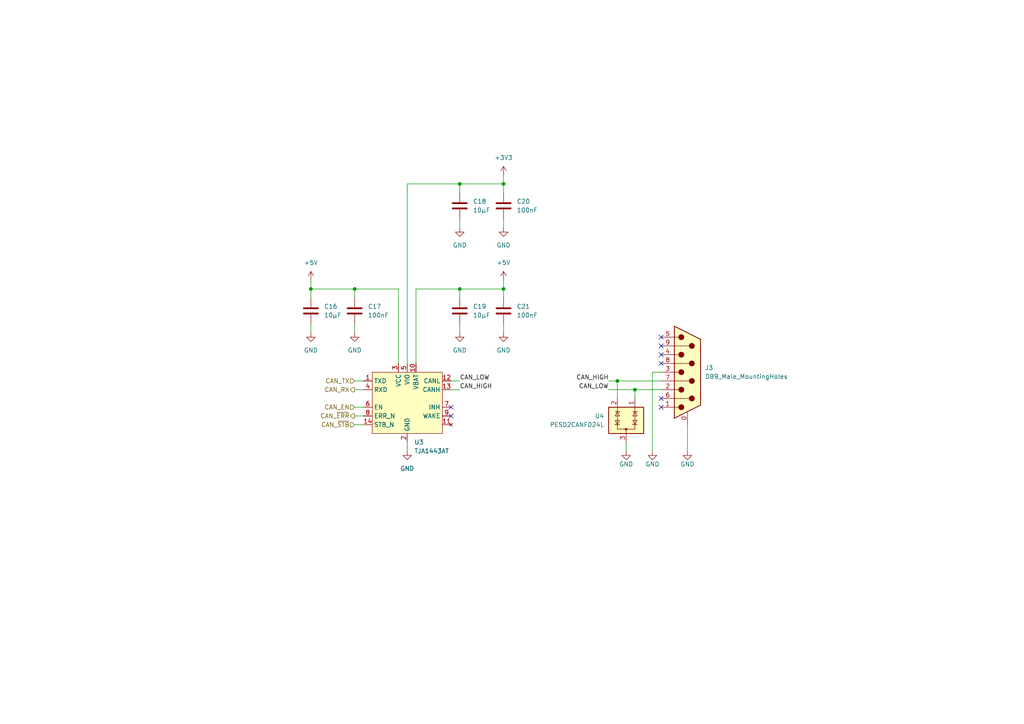
<source format=kicad_sch>
(kicad_sch (version 20211123) (generator eeschema)
  (paper "A4")
  (title_block (title "sam-fd") (date "2023-01-27") (rev "2") (company "Leon Rinkel") (comment 1 "leon@rinkel.me") (comment 2 "https://git.leon.fyi/leonrinkel/sam-fd"))
  (lib_symbols
    (symbol "Connector:DB9_Male_MountingHoles" (pin_names (offset 1.016) hide)
      (property "Reference" "J" (at 0 16.51 0))
      (property "Value" "DB9_Male_MountingHoles" (at 0 14.605 0))
      (symbol "DB9_Male_MountingHoles_0_1"
        (circle (center -1.778 -10.16) (radius 0.762) (fill (type outline)))
        (circle (center -1.778 -5.08) (radius 0.762) (fill (type outline)))
        (circle (center -1.778 0) (radius 0.762) (fill (type outline)))
        (circle (center -1.778 5.08) (radius 0.762) (fill (type outline)))
        (circle (center -1.778 10.16) (radius 0.762) (fill (type outline)))
        (polyline (pts (xy -3.81 -10.16) (xy -2.54 -10.16)))
        (polyline (pts (xy -3.81 -7.62) (xy 0.508 -7.62)))
        (polyline (pts (xy -3.81 -5.08) (xy -2.54 -5.08)))
        (polyline (pts (xy -3.81 -2.54) (xy 0.508 -2.54)))
        (polyline (pts (xy -3.81 0) (xy -2.54 0)))
        (polyline (pts (xy -3.81 2.54) (xy 0.508 2.54)))
        (polyline (pts (xy -3.81 5.08) (xy -2.54 5.08)))
        (polyline (pts (xy -3.81 7.62) (xy 0.508 7.62)))
        (polyline (pts (xy -3.81 10.16) (xy -2.54 10.16)))
        (polyline (pts (xy -3.81 -13.335) (xy -3.81 13.335) (xy 3.81 9.525) (xy 3.81 -9.525) (xy -3.81 -13.335)) (stroke (width 0.254)) (fill (type background)))
        (circle (center 1.27 -7.62) (radius 0.762) (fill (type outline)))
        (circle (center 1.27 -2.54) (radius 0.762) (fill (type outline)))
        (circle (center 1.27 2.54) (radius 0.762) (fill (type outline)))
        (circle (center 1.27 7.62) (radius 0.762) (fill (type outline)))
      )
      (symbol "DB9_Male_MountingHoles_1_1"
        (pin passive line (at 0 -15.24 90) (length 3.81) (name "PAD") (number "0"))
        (pin passive line (at -7.62 -10.16 0) (length 3.81) (name "1") (number "1"))
        (pin passive line (at -7.62 -5.08 0) (length 3.81) (name "2") (number "2"))
        (pin passive line (at -7.62 0 0) (length 3.81) (name "3") (number "3"))
        (pin passive line (at -7.62 5.08 0) (length 3.81) (name "4") (number "4"))
        (pin passive line (at -7.62 10.16 0) (length 3.81) (name "5") (number "5"))
        (pin passive line (at -7.62 -7.62 0) (length 3.81) (name "6") (number "6"))
        (pin passive line (at -7.62 -2.54 0) (length 3.81) (name "7") (number "7"))
        (pin passive line (at -7.62 2.54 0) (length 3.81) (name "8") (number "8"))
        (pin passive line (at -7.62 7.62 0) (length 3.81) (name "9") (number "9"))
      )
    )
    (symbol "Device:C" (pin_numbers hide) (pin_names (offset 0.254))
      (property "Reference" "C" (at 0.635 2.54 0))
      (property "Value" "C" (at 0.635 -2.54 0))
      (symbol "C_0_1"
        (polyline (pts (xy -2.032 -0.762) (xy 2.032 -0.762)) (stroke (width 0.508)))
        (polyline (pts (xy -2.032 0.762) (xy 2.032 0.762)) (stroke (width 0.508)))
      )
      (symbol "C_1_1"
        (pin passive line (at 0 3.81 270) (length 2.794) (name "~") (number "1"))
        (pin passive line (at 0 -3.81 90) (length 2.794) (name "~") (number "2"))
      )
    )
    (symbol "power:+3V3" (power) (pin_names (offset 0))
      (property "Value" "+3V3" (at 0 3.556 0))
      (symbol "+3V3_0_1"
        (polyline (pts (xy -0.762 1.27) (xy 0 2.54)))
        (polyline (pts (xy 0 0) (xy 0 2.54)))
        (polyline (pts (xy 0 2.54) (xy 0.762 1.27)))
      )
      (symbol "+3V3_1_1"
        (pin power_in line (at 0 0 90) (length 0) hide (name "+3V3") (number "1"))
      )
    )
    (symbol "power:+5V" (power) (pin_names (offset 0))
      (property "Value" "+5V" (at 0 3.556 0))
      (symbol "+5V_0_1"
        (polyline (pts (xy -0.762 1.27) (xy 0 2.54)))
        (polyline (pts (xy 0 0) (xy 0 2.54)))
        (polyline (pts (xy 0 2.54) (xy 0.762 1.27)))
      )
      (symbol "+5V_1_1"
        (pin power_in line (at 0 0 90) (length 0) hide (name "+5V") (number "1"))
      )
    )
    (symbol "power:GND" (power) (pin_names (offset 0))
      (property "Value" "GND" (at 0 -3.81 0))
      (symbol "GND_0_1"
        (polyline (pts (xy 0 0) (xy 0 -1.27) (xy 1.27 -1.27) (xy 0 -2.54) (xy -1.27 -1.27) (xy 0 -1.27)))
      )
      (symbol "GND_1_1"
        (pin power_in line (at 0 0 270) (length 0) hide (name "GND") (number "1"))
      )
    )
    (symbol "sam-fd:PESD2CANFD24L"
      (property "Reference" "U" (at -6.35 5.08 0))
      (property "Value" "PESD2CANFD24L" (at 11.43 5.08 0))
      (symbol "PESD2CANFD24L_0_0"
        (pin passive line (at 0 -6.35 90) (length 2.54) (name "") (number "3"))
      )
      (symbol "PESD2CANFD24L_0_1"
        (rectangle (start -5.08 3.81) (end 5.08 -3.81) (stroke (width 0.254)) (fill (type background)))
        (circle (center 0 -2.54) (radius 0.254) (fill (type outline)))
        (polyline (pts (xy -2.54 -2.54) (xy -2.54 -1.27)))
        (polyline (pts (xy -2.54 -2.54) (xy 2.54 -2.54)))
        (polyline (pts (xy -2.54 2.54) (xy -2.54 -1.27)))
        (polyline (pts (xy -2.54 3.81) (xy -2.54 2.54)))
        (polyline (pts (xy 0 -2.54) (xy 0 -3.81)))
        (polyline (pts (xy 2.54 -2.54) (xy 2.54 -1.27)))
        (polyline (pts (xy 2.54 2.54) (xy 2.54 -1.27)))
        (polyline (pts (xy 2.54 3.81) (xy 2.54 2.54)))
        (polyline (pts (xy -3.175 -1.016) (xy -3.175 -1.27) (xy -1.905 -1.27)))
        (polyline (pts (xy -3.175 2.54) (xy -1.905 2.54) (xy -1.905 2.286)))
        (polyline (pts (xy 1.905 -1.016) (xy 1.905 -1.27) (xy 3.175 -1.27)))
        (polyline (pts (xy 1.905 2.54) (xy 3.175 2.54) (xy 3.175 2.286)))
        (polyline (pts (xy -2.54 -1.27) (xy -3.175 0) (xy -1.905 0) (xy -2.54 -1.27)))
        (polyline (pts (xy -2.54 2.54) (xy -1.905 1.27) (xy -3.175 1.27) (xy -2.54 2.54)))
        (polyline (pts (xy 2.54 -1.27) (xy 1.905 0) (xy 3.175 0) (xy 2.54 -1.27)))
        (polyline (pts (xy 2.54 2.54) (xy 3.175 1.27) (xy 1.905 1.27) (xy 2.54 2.54)))
      )
      (symbol "PESD2CANFD24L_1_1"
        (pin passive line (at 2.54 6.35 270) (length 2.54) (name "") (number "1"))
        (pin passive line (at -2.54 6.35 270) (length 2.54) (name "") (number "2"))
      )
    )
    (symbol "sam-fd:TJA1443AT"
      (property "Reference" "U" (at -8.89 10.16 0))
      (property "Value" "TJA1443AT" (at 8.89 10.16 0))
      (symbol "TJA1443AT_0_0"
        (pin input line (at -12.7 6.35 0) (length 2.54) (name "TXD") (number "1"))
        (pin power_in line (at 2.54 11.43 270) (length 2.54) (name "VBAT") (number "10"))
        (pin no_connect line (at 12.7 -6.35 180) (length 2.54) (name "") (number "11"))
        (pin bidirectional line (at 12.7 6.35 180) (length 2.54) (name "CANL") (number "12"))
        (pin bidirectional line (at 12.7 3.81 180) (length 2.54) (name "CANH") (number "13"))
        (pin input line (at -12.7 -6.35 0) (length 2.54) (name "STB_N") (number "14"))
        (pin power_in line (at 0 -11.43 90) (length 2.54) (name "GND") (number "2"))
        (pin power_in line (at -2.54 11.43 270) (length 2.54) (name "VCC") (number "3"))
        (pin output line (at -12.7 3.81 0) (length 2.54) (name "RXD") (number "4"))
        (pin power_in line (at 0 11.43 270) (length 2.54) (name "VIO") (number "5"))
        (pin input line (at -12.7 -1.27 0) (length 2.54) (name "EN") (number "6"))
        (pin output line (at 12.7 -1.27 180) (length 2.54) (name "INH") (number "7"))
        (pin output line (at -12.7 -3.81 0) (length 2.54) (name "ERR_N") (number "8"))
        (pin input line (at 12.7 -3.81 180) (length 2.54) (name "WAKE") (number "9"))
      )
      (symbol "TJA1443AT_0_1"
        (rectangle (start -10.16 8.89) (end 10.16 -8.89) (fill (type background)))
      )
    )
  )
  (junction (at 133.35 83.82))
  (junction (at 179.07 110.49))
  (junction (at 184.15 113.03))
  (junction (at 146.05 53.34))
  (junction (at 146.05 83.82))
  (junction (at 102.87 83.82))
  (junction (at 133.35 53.34))
  (junction (at 90.17 83.82))
  (no_connect (at 130.81 118.11))
  (no_connect (at 130.81 120.65))
  (no_connect (at 191.77 102.87))
  (no_connect (at 191.77 115.57))
  (no_connect (at 191.77 105.41))
  (no_connect (at 191.77 97.79))
  (no_connect (at 191.77 100.33))
  (no_connect (at 191.77 118.11))
  (wire (pts (xy 102.87 83.82) (xy 102.87 86.36)))
  (wire (pts (xy 102.87 118.11) (xy 105.41 118.11)))
  (wire (pts (xy 90.17 83.82) (xy 102.87 83.82)))
  (wire (pts (xy 133.35 93.98) (xy 133.35 96.52)))
  (wire (pts (xy 90.17 81.28) (xy 90.17 83.82)))
  (wire (pts (xy 102.87 93.98) (xy 102.87 96.52)))
  (wire (pts (xy 118.11 53.34) (xy 118.11 105.41)))
  (wire (pts (xy 120.65 83.82) (xy 120.65 105.41)))
  (wire (pts (xy 146.05 93.98) (xy 146.05 96.52)))
  (wire (pts (xy 102.87 110.49) (xy 105.41 110.49)))
  (wire (pts (xy 179.07 110.49) (xy 191.77 110.49)))
  (wire (pts (xy 191.77 107.95) (xy 189.23 107.95)))
  (wire (pts (xy 133.35 53.34) (xy 133.35 55.88)))
  (wire (pts (xy 179.07 115.57) (xy 179.07 110.49)))
  (wire (pts (xy 176.53 110.49) (xy 179.07 110.49)))
  (wire (pts (xy 130.81 113.03) (xy 133.35 113.03)))
  (wire (pts (xy 115.57 83.82) (xy 115.57 105.41)))
  (wire (pts (xy 146.05 50.8) (xy 146.05 53.34)))
  (wire (pts (xy 118.11 53.34) (xy 133.35 53.34)))
  (wire (pts (xy 146.05 53.34) (xy 133.35 53.34)))
  (wire (pts (xy 184.15 113.03) (xy 184.15 115.57)))
  (wire (pts (xy 146.05 63.5) (xy 146.05 66.04)))
  (wire (pts (xy 146.05 55.88) (xy 146.05 53.34)))
  (wire (pts (xy 130.81 110.49) (xy 133.35 110.49)))
  (wire (pts (xy 146.05 81.28) (xy 146.05 83.82)))
  (wire (pts (xy 90.17 93.98) (xy 90.17 96.52)))
  (wire (pts (xy 133.35 83.82) (xy 120.65 83.82)))
  (wire (pts (xy 133.35 63.5) (xy 133.35 66.04)))
  (wire (pts (xy 181.61 128.27) (xy 181.61 130.81)))
  (wire (pts (xy 102.87 83.82) (xy 115.57 83.82)))
  (wire (pts (xy 199.39 123.19) (xy 199.39 130.81)))
  (wire (pts (xy 184.15 113.03) (xy 191.77 113.03)))
  (wire (pts (xy 102.87 113.03) (xy 105.41 113.03)))
  (wire (pts (xy 189.23 107.95) (xy 189.23 130.81)))
  (wire (pts (xy 118.11 128.27) (xy 118.11 130.81)))
  (wire (pts (xy 176.53 113.03) (xy 184.15 113.03)))
  (wire (pts (xy 90.17 83.82) (xy 90.17 86.36)))
  (wire (pts (xy 133.35 83.82) (xy 133.35 86.36)))
  (wire (pts (xy 102.87 123.19) (xy 105.41 123.19)))
  (wire (pts (xy 102.87 120.65) (xy 105.41 120.65)))
  (wire (pts (xy 146.05 86.36) (xy 146.05 83.82)))
  (wire (pts (xy 146.05 83.82) (xy 133.35 83.82)))
  (label "CAN_LOW" (at 176.53 113.03 180))
  (label "CAN_HIGH" (at 176.53 110.49 180))
  (label "CAN_LOW" (at 133.35 110.49 0))
  (label "CAN_HIGH" (at 133.35 113.03 0))
  (hierarchical_label "CAN_EN" (shape input) (at 102.87 118.11 180))
  (hierarchical_label "CAN_~{STB}" (shape input) (at 102.87 123.19 180))
  (hierarchical_label "CAN_~{ERR}" (shape output) (at 102.87 120.65 180))
  (hierarchical_label "CAN_TX" (shape input) (at 102.87 110.49 180))
  (hierarchical_label "CAN_RX" (shape output) (at 102.87 113.03 180))
  (symbol (lib_id "power:GND") (at 199.39 130.81 0) (unit 1)
    (property "Reference" "#PWR0152" (effects hide))
    (property "Value" "GND" (at 199.39 134.62 0))
  )
  (symbol (lib_id "power:GND") (at 146.05 96.52 0) (unit 1)
    (property "Reference" "#PWR0147" (effects hide))
    (property "Value" "GND" (at 146.05 101.6 0))
  )
  (symbol (lib_id "Device:C") (at 133.35 90.17 0) (unit 1)
    (property "Reference" "C19" (at 137.16 88.8999 0) (effects (justify left)))
    (property "Value" "10µF" (at 137.16 91.4399 0) (effects (justify left)))
    (property "Footprint" "Capacitor_SMD:C_0603_1608Metric" (effects hide))
    (property "Datasheet" "./datasheets/GRM188Z71A106KA73_01A-1986029.pdf" (effects hide))
    (property "Mfr." "Murata Electronics" (effects hide))
    (property "Mfr. No" "GRM188Z71A106KA73D" (effects hide))
    (property "Mouser No" "81-GRM188Z71A106KA3D" (effects hide))
  )
  (symbol (lib_id "sam-fd:PESD2CANFD24L") (at 181.61 121.92 0) (unit 1)
    (property "Reference" "U4" (at 175.26 120.6499 0) (effects (justify right)))
    (property "Value" "PESD2CANFD24L" (at 175.26 123.1899 0) (effects (justify right)))
    (property "Footprint" "Package_TO_SOT_SMD:SOT-23-3" (effects hide))
    (property "Datasheet" "./datasheets/PESD2CANFD24L_T-1892242.pdf" (effects hide))
    (property "Mfr." "Nexperia" (effects hide))
    (property "Mfr. No" "PESD2CANFD24L-TR" (effects hide))
    (property "Mouser No" "771-PESD2CANFD24L-TR" (effects hide))
  )
  (symbol (lib_id "Device:C") (at 102.87 90.17 0) (unit 1)
    (property "Reference" "C17" (at 106.68 88.8999 0) (effects (justify left)))
    (property "Value" "100nF" (at 106.68 91.4399 0) (effects (justify left)))
    (property "Footprint" "Capacitor_SMD:C_0402_1005Metric" (effects hide))
    (property "Datasheet" "./datasheets/GRM155R71A104KA01_01A-1983947.pdf" (effects hide))
    (property "Mfr." "Murata Electronics" (effects hide))
    (property "Mfr. No" "GRM155R71A104KA01D" (effects hide))
    (property "Mouser No" "81-GRM155R71A104KA1D" (effects hide))
  )
  (symbol (lib_id "sam-fd:TJA1443AT") (at 118.11 116.84 0) (unit 1)
    (property "Reference" "U3" (at 120.1294 128.27 0) (effects (justify left)))
    (property "Value" "TJA1443AT" (at 120.1294 130.81 0) (effects (justify left)))
    (property "Footprint" "Package_SO:SO-14_3.9x8.65mm_P1.27mm" (effects hide))
    (property "Datasheet" "./datasheets/TJA1443-1949290.pdf" (effects hide))
    (property "Mfr." "NXP Semiconductors" (effects hide))
    (property "Mfr. No" "TJA1443AT/0Z" (effects hide))
    (property "Mouser No" "771-TJA1443AT/0Z" (effects hide))
  )
  (symbol (lib_id "power:GND") (at 102.87 96.52 0) (unit 1)
    (property "Reference" "#PWR0149" (effects hide))
    (property "Value" "GND" (at 102.87 101.6 0))
  )
  (symbol (lib_id "power:GND") (at 133.35 66.04 0) (unit 1)
    (property "Reference" "#PWR0141" (effects hide))
    (property "Value" "GND" (at 133.35 71.12 0))
  )
  (symbol (lib_id "power:GND") (at 181.61 130.81 0) (unit 1)
    (property "Reference" "#PWR0145" (effects hide))
    (property "Value" "GND" (at 181.61 134.62 0))
  )
  (symbol (lib_id "power:+5V") (at 146.05 81.28 0) (unit 1)
    (property "Reference" "#PWR0140" (effects hide))
    (property "Value" "+5V" (at 146.05 76.2 0))
  )
  (symbol (lib_id "Connector:DB9_Male_MountingHoles") (at 199.39 107.95 0) (unit 1)
    (property "Reference" "J3" (at 204.47 106.6799 0) (effects (justify left)))
    (property "Value" "DB9_Male_MountingHoles" (at 204.47 109.2199 0) (effects (justify left)))
    (property "Footprint" "Connector_Dsub:DSUB-9_Male_Horizontal_P2.77x2.84mm_EdgePinOffset9.90mm_Housed_MountingHolesOffset11.32mm" (effects hide))
    (property "Datasheet" "./datasheets/io_dsub_brochure.pdf" (effects hide))
    (property "Mouser No" "649-D09P33E6RV09LF" (effects hide))
    (property "Mfr. No" "D09P33E6RV09LF" (effects hide))
    (property "Mfr." "Amphenol FCI" (effects hide))
  )
  (symbol (lib_id "Device:C") (at 133.35 59.69 0) (unit 1)
    (property "Reference" "C18" (at 137.16 58.4199 0) (effects (justify left)))
    (property "Value" "10µF" (at 137.16 60.9599 0) (effects (justify left)))
    (property "Footprint" "Capacitor_SMD:C_0603_1608Metric" (effects hide))
    (property "Datasheet" "./datasheets/GRM188Z71A106KA73_01A-1986029.pdf" (effects hide))
    (property "Mfr." "Murata Electronics" (effects hide))
    (property "Mfr. No" "GRM188Z71A106KA73D" (effects hide))
    (property "Mouser No" "81-GRM188Z71A106KA3D" (effects hide))
  )
  (symbol (lib_id "power:+5V") (at 90.17 81.28 0) (unit 1)
    (property "Reference" "#PWR0151" (effects hide))
    (property "Value" "+5V" (at 90.17 76.2 0))
  )
  (symbol (lib_id "power:GND") (at 133.35 96.52 0) (unit 1)
    (property "Reference" "#PWR0148" (effects hide))
    (property "Value" "GND" (at 133.35 101.6 0))
  )
  (symbol (lib_id "power:GND") (at 189.23 130.81 0) (unit 1)
    (property "Reference" "#PWR0144" (effects hide))
    (property "Value" "GND" (at 189.23 134.62 0))
  )
  (symbol (lib_id "power:GND") (at 118.11 130.81 0) (unit 1)
    (property "Reference" "#PWR0146" (effects hide))
    (property "Value" "GND" (at 118.11 135.89 0))
  )
  (symbol (lib_id "power:+3V3") (at 146.05 50.8 0) (unit 1)
    (property "Reference" "#PWR0143" (effects hide))
    (property "Value" "+3V3" (at 146.05 45.72 0))
  )
  (symbol (lib_id "Device:C") (at 146.05 59.69 0) (unit 1)
    (property "Reference" "C20" (at 149.86 58.4199 0) (effects (justify left)))
    (property "Value" "100nF" (at 149.86 60.9599 0) (effects (justify left)))
    (property "Footprint" "Capacitor_SMD:C_0402_1005Metric" (effects hide))
    (property "Datasheet" "./datasheets/GRM155R71A104KA01_01A-1983947.pdf" (effects hide))
    (property "Mfr." "Murata Electronics" (effects hide))
    (property "Mfr. No" "GRM155R71A104KA01D" (effects hide))
    (property "Mouser No" "81-GRM155R71A104KA1D" (effects hide))
  )
  (symbol (lib_id "power:GND") (at 90.17 96.52 0) (unit 1)
    (property "Reference" "#PWR0150" (effects hide))
    (property "Value" "GND" (at 90.17 101.6 0))
  )
  (symbol (lib_id "power:GND") (at 146.05 66.04 0) (unit 1)
    (property "Reference" "#PWR0142" (effects hide))
    (property "Value" "GND" (at 146.05 71.12 0))
  )
  (symbol (lib_id "Device:C") (at 90.17 90.17 0) (unit 1)
    (property "Reference" "C16" (at 93.98 88.8999 0) (effects (justify left)))
    (property "Value" "10µF" (at 93.98 91.4399 0) (effects (justify left)))
    (property "Footprint" "Capacitor_SMD:C_0603_1608Metric" (effects hide))
    (property "Datasheet" "./datasheets/GRM188Z71A106KA73_01A-1986029.pdf" (effects hide))
    (property "Mfr." "Murata Electronics" (effects hide))
    (property "Mfr. No" "GRM188Z71A106KA73D" (effects hide))
    (property "Mouser No" "81-GRM188Z71A106KA3D" (effects hide))
  )
  (symbol (lib_id "Device:C") (at 146.05 90.17 0) (unit 1)
    (property "Reference" "C21" (at 149.86 88.8999 0) (effects (justify left)))
    (property "Value" "100nF" (at 149.86 91.4399 0) (effects (justify left)))
    (property "Footprint" "Capacitor_SMD:C_0402_1005Metric" (effects hide))
    (property "Datasheet" "./datasheets/GRM155R71A104KA01_01A-1983947.pdf" (effects hide))
    (property "Mfr." "Murata Electronics" (effects hide))
    (property "Mfr. No" "GRM155R71A104KA01D" (effects hide))
    (property "Mouser No" "81-GRM155R71A104KA1D" (effects hide))
  )
)
</source>
